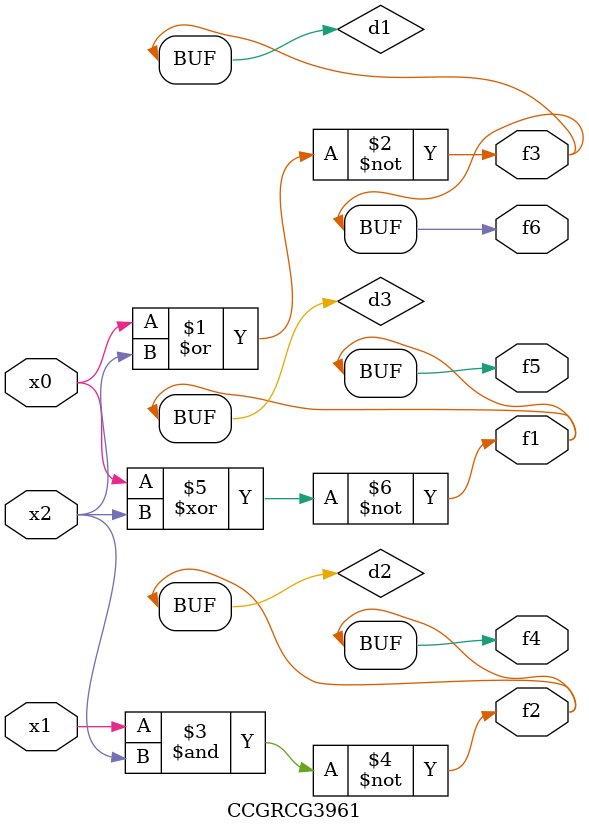
<source format=v>
module CCGRCG3961(
	input x0, x1, x2,
	output f1, f2, f3, f4, f5, f6
);

	wire d1, d2, d3;

	nor (d1, x0, x2);
	nand (d2, x1, x2);
	xnor (d3, x0, x2);
	assign f1 = d3;
	assign f2 = d2;
	assign f3 = d1;
	assign f4 = d2;
	assign f5 = d3;
	assign f6 = d1;
endmodule

</source>
